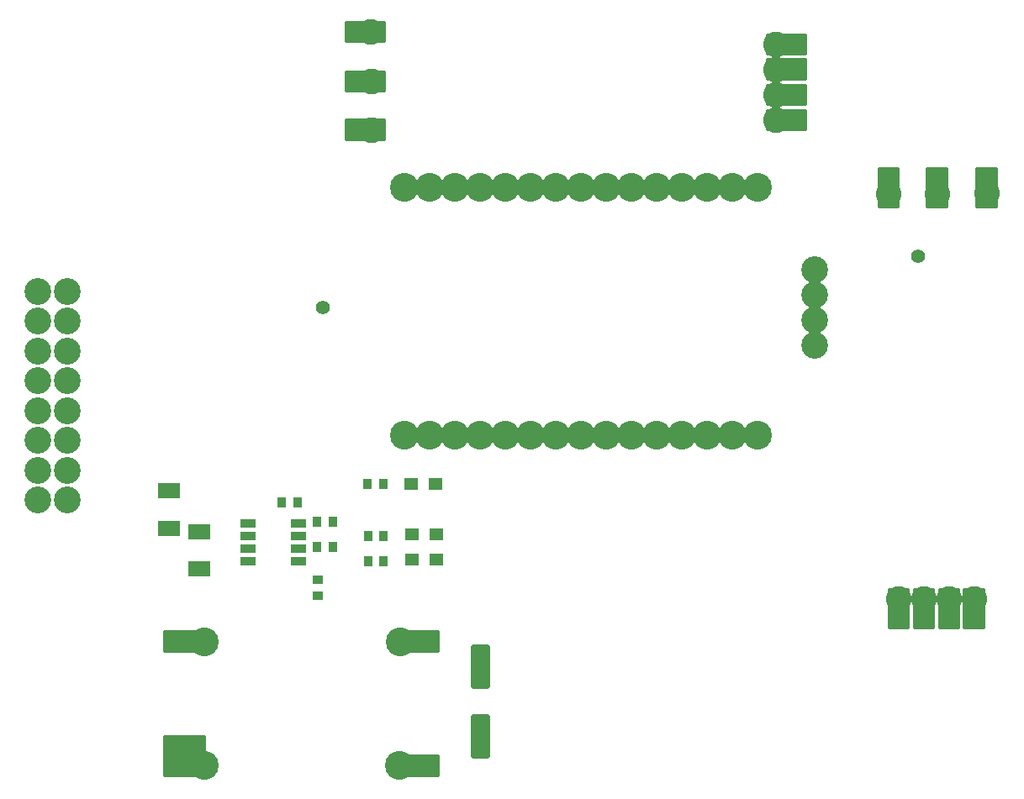
<source format=gbr>
%FSLAX34Y34*%
%MOMM*%
%LNSOLDERMASK_TOP*%
G71*
G01*
%ADD10C, 0.30*%
%ADD11C, 2.90*%
%ADD12C, 2.70*%
%ADD13C, 0.70*%
%ADD14R, 2.30X1.60*%
%ADD15R, 1.57X0.95*%
%ADD16R, 0.90X1.10*%
%ADD17R, 1.10X0.90*%
%ADD18C, 2.60*%
%ADD19C, 1.40*%
%ADD20R, 1.35X1.20*%
%LPD*%
G36*
X500247Y164916D02*
X460247Y164916D01*
X460247Y184916D01*
X500247Y184916D01*
X500247Y164916D01*
G37*
G54D10*
X500247Y164916D02*
X460247Y164916D01*
X460247Y184916D01*
X500247Y184916D01*
X500247Y164916D01*
G36*
X265297Y164916D02*
X225297Y164916D01*
X225297Y184916D01*
X265297Y184916D01*
X265297Y164916D01*
G37*
G54D10*
X265297Y164916D02*
X225297Y164916D01*
X225297Y184916D01*
X265297Y184916D01*
X265297Y164916D01*
G36*
X500247Y39822D02*
X460247Y39822D01*
X460247Y59822D01*
X500247Y59822D01*
X500247Y39822D01*
G37*
G54D10*
X500247Y39822D02*
X460247Y39822D01*
X460247Y59822D01*
X500247Y59822D01*
X500247Y39822D01*
G36*
X265297Y39822D02*
X225297Y39822D01*
X225297Y59822D01*
X265297Y59822D01*
X265297Y39822D01*
G37*
G54D10*
X265297Y39822D02*
X225297Y39822D01*
X225297Y59822D01*
X265297Y59822D01*
X265297Y39822D01*
X461798Y49947D02*
G54D11*
D03*
X265217Y174796D02*
G54D11*
D03*
X462067Y174796D02*
G54D11*
D03*
G36*
X265297Y58872D02*
X225297Y58872D01*
X225297Y78872D01*
X265297Y78872D01*
X265297Y58872D01*
G37*
G54D10*
X265297Y58872D02*
X225297Y58872D01*
X225297Y78872D01*
X265297Y78872D01*
X265297Y58872D01*
X264948Y49947D02*
G54D11*
D03*
X97310Y527600D02*
G54D12*
D03*
X127310Y527600D02*
G54D12*
D03*
X97310Y497600D02*
G54D12*
D03*
X127310Y497600D02*
G54D12*
D03*
X97310Y467600D02*
G54D12*
D03*
X127310Y467600D02*
G54D12*
D03*
X97310Y437600D02*
G54D12*
D03*
X127310Y437600D02*
G54D12*
D03*
X97310Y407600D02*
G54D12*
D03*
X127310Y407600D02*
G54D12*
D03*
X97310Y377600D02*
G54D12*
D03*
X127310Y377600D02*
G54D12*
D03*
X97310Y347600D02*
G54D12*
D03*
X127310Y347600D02*
G54D12*
D03*
X97310Y317600D02*
G54D12*
D03*
X127310Y317600D02*
G54D12*
D03*
G36*
X536900Y168600D02*
X549600Y168600D01*
X549600Y143200D01*
X549600Y130500D01*
X536900Y130500D01*
X536900Y168600D01*
G37*
G54D10*
X536900Y168600D02*
X549600Y168600D01*
X549600Y143200D01*
X549600Y130500D01*
X536900Y130500D01*
X536900Y168600D01*
G54D13*
X536900Y130500D02*
X536900Y168600D01*
X549600Y168600D01*
X549600Y143200D01*
X549600Y130500D01*
X536900Y130500D01*
X821887Y632913D02*
G54D11*
D03*
X821887Y382913D02*
G54D11*
D03*
X796487Y632913D02*
G54D11*
D03*
X796487Y382913D02*
G54D11*
D03*
X771087Y632913D02*
G54D11*
D03*
X771087Y382913D02*
G54D11*
D03*
X745687Y632913D02*
G54D11*
D03*
X745687Y382913D02*
G54D11*
D03*
X720287Y632913D02*
G54D11*
D03*
X720287Y382913D02*
G54D11*
D03*
X694887Y632913D02*
G54D11*
D03*
X694887Y382913D02*
G54D11*
D03*
X669487Y632913D02*
G54D11*
D03*
X669487Y382913D02*
G54D11*
D03*
X644087Y632913D02*
G54D11*
D03*
X644087Y382913D02*
G54D11*
D03*
X618687Y632913D02*
G54D11*
D03*
X618687Y382913D02*
G54D11*
D03*
X593287Y632913D02*
G54D11*
D03*
X593288Y382913D02*
G54D11*
D03*
X567887Y632913D02*
G54D11*
D03*
X567887Y382913D02*
G54D11*
D03*
X542487Y632913D02*
G54D11*
D03*
X542487Y382913D02*
G54D11*
D03*
X517087Y632913D02*
G54D11*
D03*
X517087Y382913D02*
G54D11*
D03*
X491687Y632913D02*
G54D11*
D03*
X491687Y382913D02*
G54D11*
D03*
X466287Y632913D02*
G54D11*
D03*
X466287Y382913D02*
G54D11*
D03*
X229470Y289284D02*
G54D14*
D03*
X229370Y326884D02*
G54D14*
D03*
X260051Y285710D02*
G54D14*
D03*
X260151Y248110D02*
G54D14*
D03*
X359600Y293800D02*
G54D15*
D03*
X359600Y281100D02*
G54D15*
D03*
X359600Y268400D02*
G54D15*
D03*
X359600Y255700D02*
G54D15*
D03*
X308800Y255700D02*
G54D15*
D03*
X308800Y268400D02*
G54D15*
D03*
X308800Y281100D02*
G54D15*
D03*
X308800Y293800D02*
G54D15*
D03*
X359044Y315079D02*
G54D16*
D03*
X343144Y315079D02*
G54D16*
D03*
X394453Y295251D02*
G54D16*
D03*
X378552Y295251D02*
G54D16*
D03*
X394453Y269851D02*
G54D16*
D03*
X378552Y269851D02*
G54D16*
D03*
X378881Y221273D02*
G54D17*
D03*
X378881Y237174D02*
G54D17*
D03*
X841022Y751306D02*
G54D18*
D03*
X841022Y725906D02*
G54D18*
D03*
X841022Y700506D02*
G54D18*
D03*
X841022Y776706D02*
G54D18*
D03*
X433213Y739453D02*
G54D18*
D03*
X433213Y690325D02*
G54D18*
D03*
X432499Y789296D02*
G54D18*
D03*
G36*
X870159Y785949D02*
X870159Y766899D01*
X832059Y766899D01*
X832059Y785949D01*
X870159Y785949D01*
G37*
G54D10*
X870159Y785949D02*
X870159Y766899D01*
X832059Y766899D01*
X832059Y785949D01*
X870159Y785949D01*
G36*
X870159Y761025D02*
X870159Y741975D01*
X832059Y741975D01*
X832059Y761025D01*
X870159Y761025D01*
G37*
G54D10*
X870159Y761025D02*
X870159Y741975D01*
X832059Y741975D01*
X832059Y761025D01*
X870159Y761025D01*
G36*
X870159Y735387D02*
X870159Y716337D01*
X832059Y716337D01*
X832059Y735387D01*
X870159Y735387D01*
G37*
G54D10*
X870159Y735387D02*
X870159Y716337D01*
X832059Y716337D01*
X832059Y735387D01*
X870159Y735387D01*
G36*
X870159Y709987D02*
X870159Y690937D01*
X832059Y690937D01*
X832059Y709987D01*
X870159Y709987D01*
G37*
G54D10*
X870159Y709987D02*
X870159Y690937D01*
X832059Y690937D01*
X832059Y709987D01*
X870159Y709987D01*
G36*
X445947Y798649D02*
X445947Y779599D01*
X407847Y779599D01*
X407847Y798649D01*
X445947Y798649D01*
G37*
G54D10*
X445947Y798649D02*
X445947Y779599D01*
X407847Y779599D01*
X407847Y798649D01*
X445947Y798649D01*
G36*
X445947Y748861D02*
X445947Y729811D01*
X407847Y729811D01*
X407847Y748861D01*
X445947Y748861D01*
G37*
G54D10*
X445947Y748861D02*
X445947Y729811D01*
X407847Y729811D01*
X407847Y748861D01*
X445947Y748861D01*
G36*
X445947Y700086D02*
X445947Y681036D01*
X407847Y681036D01*
X407847Y700086D01*
X445947Y700086D01*
G37*
G54D10*
X445947Y700086D02*
X445947Y681036D01*
X407847Y681036D01*
X407847Y700086D01*
X445947Y700086D01*
X1014976Y218174D02*
G54D18*
D03*
X989576Y218174D02*
G54D18*
D03*
X964176Y218174D02*
G54D18*
D03*
X1040376Y218174D02*
G54D18*
D03*
X1003124Y625983D02*
G54D18*
D03*
X953995Y625983D02*
G54D18*
D03*
X1052966Y626697D02*
G54D18*
D03*
G36*
X1049619Y189037D02*
X1030569Y189037D01*
X1030569Y227137D01*
X1049619Y227137D01*
X1049619Y189037D01*
G37*
G54D10*
X1049619Y189037D02*
X1030569Y189037D01*
X1030569Y227137D01*
X1049619Y227137D01*
X1049619Y189037D01*
G36*
X1024695Y189037D02*
X1005645Y189037D01*
X1005645Y227137D01*
X1024695Y227137D01*
X1024695Y189037D01*
G37*
G54D10*
X1024695Y189037D02*
X1005645Y189037D01*
X1005645Y227137D01*
X1024695Y227137D01*
X1024695Y189037D01*
G36*
X999057Y189037D02*
X980007Y189037D01*
X980007Y227136D01*
X999057Y227136D01*
X999057Y189037D01*
G37*
G54D10*
X999057Y189037D02*
X980007Y189037D01*
X980007Y227136D01*
X999057Y227136D01*
X999057Y189037D01*
G36*
X973657Y189037D02*
X954607Y189037D01*
X954607Y227137D01*
X973657Y227136D01*
X973657Y189037D01*
G37*
G54D10*
X973657Y189037D02*
X954607Y189037D01*
X954607Y227137D01*
X973657Y227136D01*
X973657Y189037D01*
G36*
X1062319Y613249D02*
X1043269Y613249D01*
X1043269Y651349D01*
X1062319Y651349D01*
X1062319Y613249D01*
G37*
G54D10*
X1062319Y613249D02*
X1043269Y613249D01*
X1043269Y651349D01*
X1062319Y651349D01*
X1062319Y613249D01*
G36*
X1012532Y613249D02*
X993482Y613249D01*
X993481Y651349D01*
X1012531Y651349D01*
X1012532Y613249D01*
G37*
G54D10*
X1012532Y613249D02*
X993482Y613249D01*
X993481Y651349D01*
X1012531Y651349D01*
X1012532Y613249D01*
G36*
X963756Y613249D02*
X944706Y613249D01*
X944706Y651349D01*
X963756Y651349D01*
X963756Y613249D01*
G37*
G54D10*
X963756Y613249D02*
X944706Y613249D01*
X944706Y651349D01*
X963756Y651349D01*
X963756Y613249D01*
X879800Y549600D02*
G54D12*
D03*
X879800Y524200D02*
G54D12*
D03*
X879800Y498800D02*
G54D12*
D03*
X879800Y473400D02*
G54D12*
D03*
X384500Y511500D02*
G54D19*
D03*
X983999Y563249D02*
G54D19*
D03*
X445593Y255586D02*
G54D16*
D03*
X429693Y255586D02*
G54D16*
D03*
X473740Y257771D02*
G54D20*
D03*
X498440Y257771D02*
G54D20*
D03*
X445253Y333351D02*
G54D16*
D03*
X429352Y333351D02*
G54D16*
D03*
X473400Y333700D02*
G54D20*
D03*
X498100Y333700D02*
G54D20*
D03*
X445593Y280986D02*
G54D16*
D03*
X429693Y280986D02*
G54D16*
D03*
X473740Y283171D02*
G54D20*
D03*
X498440Y283171D02*
G54D20*
D03*
X543250Y136850D02*
G54D19*
D03*
X543250Y149550D02*
G54D19*
D03*
X542707Y163449D02*
G54D19*
D03*
X543250Y67000D02*
G54D19*
D03*
X543250Y79700D02*
G54D19*
D03*
X543250Y92400D02*
G54D19*
D03*
G36*
X536900Y98750D02*
X549600Y98750D01*
X549600Y73350D01*
X549600Y60650D01*
X536900Y60650D01*
X536900Y98750D01*
G37*
G54D10*
X536900Y98750D02*
X549600Y98750D01*
X549600Y73350D01*
X549600Y60650D01*
X536900Y60650D01*
X536900Y98750D01*
G54D13*
X536900Y60650D02*
X536900Y98750D01*
X549600Y98750D01*
X549600Y73350D01*
X549600Y60650D01*
X536900Y60650D01*
M02*

</source>
